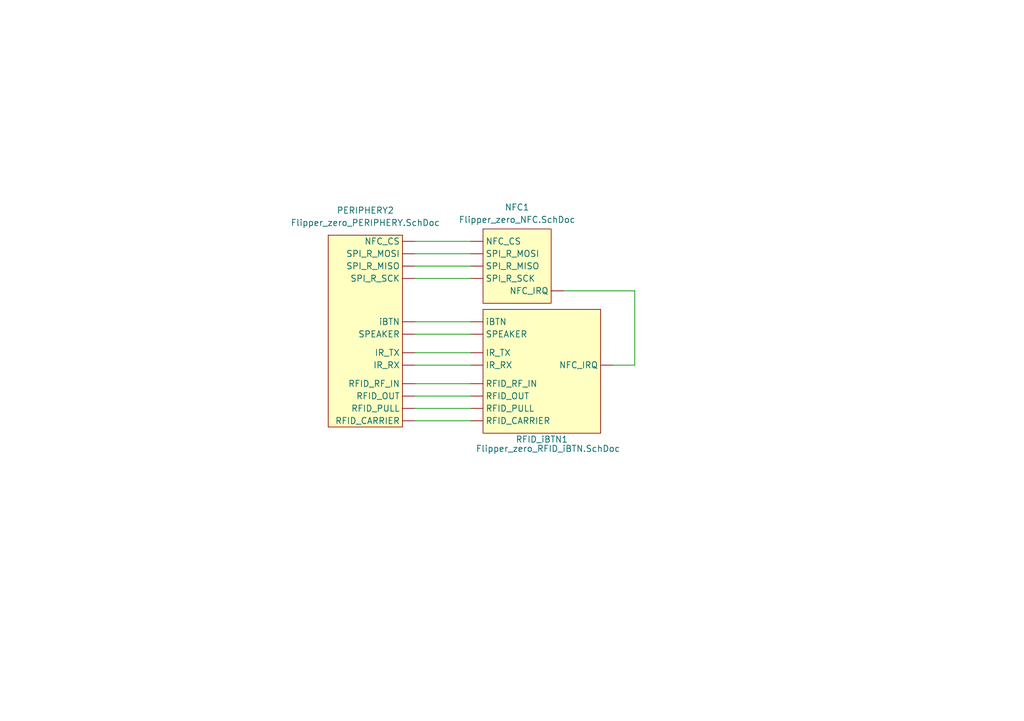
<source format=kicad_sch>
(kicad_sch
	(version 20250114)
	(generator "eeschema")
	(generator_version "9.0")
	(uuid "86bc2bd7-fe0d-42b3-83e5-af85924276af")
	(paper "A5")
	(title_block
		(title "Flipper Device DIY")
		(rev "13.F7B9C6")
		(company "Originally from : Flipper Devices Inc.")
		(comment 1 "DIY Version 1.0")
	)
	(lib_symbols
		(symbol "Flipper_Zero_Lib:NFC_BLOCK"
			(exclude_from_sim no)
			(in_bom no)
			(on_board no)
			(property "Reference" "NFC"
				(at -1.27 5.08 0)
				(effects
					(font
						(size 1.27 1.27)
					)
				)
			)
			(property "Value" "Flipper_zero_NFC.SchDoc"
				(at 8.89 2.54 0)
				(effects
					(font
						(size 1.27 1.27)
					)
				)
			)
			(property "Footprint" ""
				(at 0 0 0)
				(effects
					(font
						(size 1.27 1.27)
					)
					(hide yes)
				)
			)
			(property "Datasheet" ""
				(at 0 0 0)
				(effects
					(font
						(size 1.27 1.27)
					)
					(hide yes)
				)
			)
			(property "Description" ""
				(at 0 0 0)
				(effects
					(font
						(size 1.27 1.27)
					)
					(hide yes)
				)
			)
			(symbol "NFC_BLOCK_1_1"
				(rectangle
					(start 0 0)
					(end 13.97 -15.24)
					(stroke
						(width 0)
						(type default)
					)
					(fill
						(type background)
					)
				)
				(pin input line
					(at -2.54 -2.54 0)
					(length 2.54)
					(name "NFC_CS"
						(effects
							(font
								(size 1.27 1.27)
							)
						)
					)
					(number ""
						(effects
							(font
								(size 1.27 1.27)
							)
						)
					)
				)
				(pin input line
					(at -2.54 -5.08 0)
					(length 2.54)
					(name "SPI_R_MOSI"
						(effects
							(font
								(size 1.27 1.27)
							)
						)
					)
					(number ""
						(effects
							(font
								(size 1.27 1.27)
							)
						)
					)
				)
				(pin output line
					(at -2.54 -7.62 0)
					(length 2.54)
					(name "SPI_R_MISO"
						(effects
							(font
								(size 1.27 1.27)
							)
						)
					)
					(number ""
						(effects
							(font
								(size 1.27 1.27)
							)
						)
					)
				)
				(pin input line
					(at -2.54 -10.16 0)
					(length 2.54)
					(name "SPI_R_SCK"
						(effects
							(font
								(size 1.27 1.27)
							)
						)
					)
					(number ""
						(effects
							(font
								(size 1.27 1.27)
							)
						)
					)
				)
				(pin output line
					(at 16.51 -12.7 180)
					(length 2.54)
					(name "NFC_IRQ"
						(effects
							(font
								(size 1.27 1.27)
							)
						)
					)
					(number ""
						(effects
							(font
								(size 1.27 1.27)
							)
						)
					)
				)
			)
			(embedded_fonts no)
		)
		(symbol "Flipper_Zero_Lib:PERIPHERY_BLOCK"
			(exclude_from_sim no)
			(in_bom no)
			(on_board no)
			(property "Reference" "PERIPHERY"
				(at -5.08 7.62 0)
				(effects
					(font
						(size 1.27 1.27)
					)
				)
			)
			(property "Value" "Flipper_zero_PERIPHERY.SchDoc"
				(at 5.08 5.08 0)
				(effects
					(font
						(size 1.27 1.27)
					)
				)
			)
			(property "Footprint" ""
				(at 0 7.62 0)
				(effects
					(font
						(size 1.27 1.27)
					)
					(hide yes)
				)
			)
			(property "Datasheet" ""
				(at 0 7.62 0)
				(effects
					(font
						(size 1.27 1.27)
					)
					(hide yes)
				)
			)
			(property "Description" ""
				(at 0 0 0)
				(effects
					(font
						(size 1.27 1.27)
					)
					(hide yes)
				)
			)
			(symbol "PERIPHERY_BLOCK_1_1"
				(rectangle
					(start -15.24 2.54)
					(end 0 -36.83)
					(stroke
						(width 0)
						(type default)
					)
					(fill
						(type background)
					)
				)
				(pin output line
					(at 2.54 1.27 180)
					(length 2.54)
					(name "NFC_CS"
						(effects
							(font
								(size 1.27 1.27)
							)
						)
					)
					(number ""
						(effects
							(font
								(size 1.27 1.27)
							)
						)
					)
				)
				(pin output line
					(at 2.54 -1.27 180)
					(length 2.54)
					(name "SPI_R_MOSI"
						(effects
							(font
								(size 1.27 1.27)
							)
						)
					)
					(number ""
						(effects
							(font
								(size 1.27 1.27)
							)
						)
					)
				)
				(pin input line
					(at 2.54 -3.81 180)
					(length 2.54)
					(name "SPI_R_MISO"
						(effects
							(font
								(size 1.27 1.27)
							)
						)
					)
					(number ""
						(effects
							(font
								(size 1.27 1.27)
							)
						)
					)
				)
				(pin output line
					(at 2.54 -6.35 180)
					(length 2.54)
					(name "SPI_R_SCK"
						(effects
							(font
								(size 1.27 1.27)
							)
						)
					)
					(number ""
						(effects
							(font
								(size 1.27 1.27)
							)
						)
					)
				)
				(pin bidirectional line
					(at 2.54 -15.24 180)
					(length 2.54)
					(name "iBTN"
						(effects
							(font
								(size 1.27 1.27)
							)
						)
					)
					(number ""
						(effects
							(font
								(size 1.27 1.27)
							)
						)
					)
				)
				(pin output line
					(at 2.54 -17.78 180)
					(length 2.54)
					(name "SPEAKER"
						(effects
							(font
								(size 1.27 1.27)
							)
						)
					)
					(number ""
						(effects
							(font
								(size 1.27 1.27)
							)
						)
					)
				)
				(pin output line
					(at 2.54 -21.59 180)
					(length 2.54)
					(name "IR_TX"
						(effects
							(font
								(size 1.27 1.27)
							)
						)
					)
					(number ""
						(effects
							(font
								(size 1.27 1.27)
							)
						)
					)
				)
				(pin input line
					(at 2.54 -24.13 180)
					(length 2.54)
					(name "IR_RX"
						(effects
							(font
								(size 1.27 1.27)
							)
						)
					)
					(number ""
						(effects
							(font
								(size 1.27 1.27)
							)
						)
					)
				)
				(pin input line
					(at 2.54 -27.94 180)
					(length 2.54)
					(name "RFID_RF_IN"
						(effects
							(font
								(size 1.27 1.27)
							)
						)
					)
					(number ""
						(effects
							(font
								(size 1.27 1.27)
							)
						)
					)
				)
				(pin output line
					(at 2.54 -30.48 180)
					(length 2.54)
					(name "RFID_OUT"
						(effects
							(font
								(size 1.27 1.27)
							)
						)
					)
					(number ""
						(effects
							(font
								(size 1.27 1.27)
							)
						)
					)
				)
				(pin output line
					(at 2.54 -33.02 180)
					(length 2.54)
					(name "RFID_PULL"
						(effects
							(font
								(size 1.27 1.27)
							)
						)
					)
					(number ""
						(effects
							(font
								(size 1.27 1.27)
							)
						)
					)
				)
				(pin input line
					(at 2.54 -35.56 180)
					(length 2.54)
					(name "RFID_CARRIER"
						(effects
							(font
								(size 1.27 1.27)
							)
						)
					)
					(number ""
						(effects
							(font
								(size 1.27 1.27)
							)
						)
					)
				)
			)
			(embedded_fonts no)
		)
		(symbol "Flipper_Zero_Lib:RFID_iBTN_BLOCK"
			(exclude_from_sim no)
			(in_bom no)
			(on_board no)
			(property "Reference" "RFID_iBTN"
				(at 1.27 2.54 0)
				(effects
					(font
						(size 1.27 1.27)
					)
				)
			)
			(property "Value" "Flipper_zero_RFID_iBTN.SchDoc"
				(at 1.27 0 0)
				(effects
					(font
						(size 1.27 1.27)
					)
				)
			)
			(property "Footprint" ""
				(at 0 0 0)
				(effects
					(font
						(size 1.27 1.27)
					)
					(hide yes)
				)
			)
			(property "Datasheet" ""
				(at 0 0 0)
				(effects
					(font
						(size 1.27 1.27)
					)
					(hide yes)
				)
			)
			(property "Description" ""
				(at 0 0 0)
				(effects
					(font
						(size 1.27 1.27)
					)
					(hide yes)
				)
			)
			(symbol "RFID_iBTN_BLOCK_1_1"
				(rectangle
					(start -10.16 -1.27)
					(end 13.97 -26.67)
					(stroke
						(width 0)
						(type default)
					)
					(fill
						(type background)
					)
				)
				(pin bidirectional line
					(at -12.7 -3.81 0)
					(length 2.54)
					(name "iBTN"
						(effects
							(font
								(size 1.27 1.27)
							)
						)
					)
					(number ""
						(effects
							(font
								(size 1.27 1.27)
							)
						)
					)
				)
				(pin input line
					(at -12.7 -6.35 0)
					(length 2.54)
					(name "SPEAKER"
						(effects
							(font
								(size 1.27 1.27)
							)
						)
					)
					(number ""
						(effects
							(font
								(size 1.27 1.27)
							)
						)
					)
				)
				(pin input line
					(at -12.7 -10.16 0)
					(length 2.54)
					(name "IR_TX"
						(effects
							(font
								(size 1.27 1.27)
							)
						)
					)
					(number ""
						(effects
							(font
								(size 1.27 1.27)
							)
						)
					)
				)
				(pin output line
					(at -12.7 -12.7 0)
					(length 2.54)
					(name "IR_RX"
						(effects
							(font
								(size 1.27 1.27)
							)
						)
					)
					(number ""
						(effects
							(font
								(size 1.27 1.27)
							)
						)
					)
				)
				(pin output line
					(at -12.7 -16.51 0)
					(length 2.54)
					(name "RFID_RF_IN"
						(effects
							(font
								(size 1.27 1.27)
							)
						)
					)
					(number ""
						(effects
							(font
								(size 1.27 1.27)
							)
						)
					)
				)
				(pin input line
					(at -12.7 -19.05 0)
					(length 2.54)
					(name "RFID_OUT"
						(effects
							(font
								(size 1.27 1.27)
							)
						)
					)
					(number ""
						(effects
							(font
								(size 1.27 1.27)
							)
						)
					)
				)
				(pin input line
					(at -12.7 -21.59 0)
					(length 2.54)
					(name "RFID_PULL"
						(effects
							(font
								(size 1.27 1.27)
							)
						)
					)
					(number ""
						(effects
							(font
								(size 1.27 1.27)
							)
						)
					)
				)
				(pin output line
					(at -12.7 -24.13 0)
					(length 2.54)
					(name "RFID_CARRIER"
						(effects
							(font
								(size 1.27 1.27)
							)
						)
					)
					(number ""
						(effects
							(font
								(size 1.27 1.27)
							)
						)
					)
				)
				(pin input line
					(at 16.51 -12.7 180)
					(length 2.54)
					(name "NFC_IRQ"
						(effects
							(font
								(size 1.27 1.27)
							)
						)
					)
					(number ""
						(effects
							(font
								(size 1.27 1.27)
							)
						)
					)
				)
			)
			(embedded_fonts no)
		)
	)
	(wire
		(pts
			(xy 85.09 81.28) (xy 96.52 81.28)
		)
		(stroke
			(width 0)
			(type default)
		)
		(uuid "0ee3b244-e127-434b-ad6e-df4ef9b105ea")
	)
	(wire
		(pts
			(xy 115.57 59.69) (xy 130.175 59.69)
		)
		(stroke
			(width 0)
			(type default)
		)
		(uuid "28eb6674-37bc-43ff-ae24-0fa8c7f4a682")
	)
	(wire
		(pts
			(xy 85.09 49.53) (xy 96.52 49.53)
		)
		(stroke
			(width 0)
			(type default)
		)
		(uuid "33122d36-a013-4927-b6dc-daf24e3bb4f9")
	)
	(wire
		(pts
			(xy 130.175 59.69) (xy 130.175 74.93)
		)
		(stroke
			(width 0)
			(type default)
		)
		(uuid "57d31219-4df2-4843-9a83-02b1af5f34eb")
	)
	(wire
		(pts
			(xy 85.09 68.58) (xy 96.52 68.58)
		)
		(stroke
			(width 0)
			(type default)
		)
		(uuid "73e09fc3-e1af-4b60-9887-ff6eae520615")
	)
	(wire
		(pts
			(xy 130.175 74.93) (xy 125.73 74.93)
		)
		(stroke
			(width 0)
			(type default)
		)
		(uuid "84664c9b-9a60-4bfe-aa94-2b1d2f71a346")
	)
	(wire
		(pts
			(xy 85.09 57.15) (xy 96.52 57.15)
		)
		(stroke
			(width 0)
			(type default)
		)
		(uuid "8d8cf005-a0c2-4d9c-a4e5-22f20c5eff41")
	)
	(wire
		(pts
			(xy 85.09 78.74) (xy 96.52 78.74)
		)
		(stroke
			(width 0)
			(type default)
		)
		(uuid "9b52e445-5c2c-4373-94f8-0b6211c9456d")
	)
	(wire
		(pts
			(xy 85.09 86.36) (xy 96.52 86.36)
		)
		(stroke
			(width 0)
			(type default)
		)
		(uuid "b44b38fc-6582-4134-955c-c856c04a07eb")
	)
	(wire
		(pts
			(xy 85.09 54.61) (xy 96.52 54.61)
		)
		(stroke
			(width 0)
			(type default)
		)
		(uuid "b763654a-2dda-41da-bc5c-18f01680d45a")
	)
	(wire
		(pts
			(xy 85.09 66.04) (xy 96.52 66.04)
		)
		(stroke
			(width 0)
			(type default)
		)
		(uuid "c252f782-5ee6-41e2-92d7-7e1bd996f668")
	)
	(wire
		(pts
			(xy 85.09 52.07) (xy 96.52 52.07)
		)
		(stroke
			(width 0)
			(type default)
		)
		(uuid "e3325841-59f5-40e4-99d4-43c7875db373")
	)
	(wire
		(pts
			(xy 85.09 74.93) (xy 96.52 74.93)
		)
		(stroke
			(width 0)
			(type default)
		)
		(uuid "e6e84f40-ce27-4634-9049-e294790af7ba")
	)
	(wire
		(pts
			(xy 85.09 83.82) (xy 96.52 83.82)
		)
		(stroke
			(width 0)
			(type default)
		)
		(uuid "e96a764b-cfeb-4697-af78-1920c3b1c5e2")
	)
	(wire
		(pts
			(xy 85.09 72.39) (xy 96.52 72.39)
		)
		(stroke
			(width 0)
			(type default)
		)
		(uuid "eda1545b-7280-4977-830f-32f19b38ef59")
	)
	(symbol
		(lib_id "Flipper_Zero_Lib:NFC_BLOCK")
		(at 99.06 46.99 0)
		(unit 1)
		(exclude_from_sim no)
		(in_bom no)
		(on_board no)
		(dnp no)
		(fields_autoplaced yes)
		(uuid "2a95fb72-92ee-4e5c-b1bb-deb041fbcc97")
		(property "Reference" "NFC1"
			(at 106.045 42.545 0)
			(effects
				(font
					(size 1.27 1.27)
				)
			)
		)
		(property "Value" "Flipper_zero_NFC.SchDoc"
			(at 106.045 45.085 0)
			(effects
				(font
					(size 1.27 1.27)
				)
			)
		)
		(property "Footprint" ""
			(at 99.06 46.99 0)
			(effects
				(font
					(size 1.27 1.27)
				)
				(hide yes)
			)
		)
		(property "Datasheet" ""
			(at 99.06 46.99 0)
			(effects
				(font
					(size 1.27 1.27)
				)
				(hide yes)
			)
		)
		(property "Description" ""
			(at 99.06 46.99 0)
			(effects
				(font
					(size 1.27 1.27)
				)
				(hide yes)
			)
		)
		(pin ""
			(uuid "acc97d3c-d4b6-48e5-b15c-235833837658")
		)
		(pin ""
			(uuid "464f61bd-1544-44c6-8ff1-95d927afd02d")
		)
		(pin ""
			(uuid "1541f64f-481b-4d2f-9f3b-0fbbb585d7d6")
		)
		(pin ""
			(uuid "5c740f4b-a8da-4248-a037-12582c2cc925")
		)
		(pin ""
			(uuid "9ce75962-a15b-4c68-ad16-e638f3f8378d")
		)
		(instances
			(project "Flipper_Zero_DIY"
				(path "/6fd3b1c7-f4ee-4f40-ae71-a0439f037db8/6eb83f5a-7b16-426a-9130-a087b28e79cc"
					(reference "NFC1")
					(unit 1)
				)
			)
		)
	)
	(symbol
		(lib_id "Flipper_Zero_Lib:PERIPHERY_BLOCK")
		(at 82.55 50.8 0)
		(unit 1)
		(exclude_from_sim no)
		(in_bom no)
		(on_board no)
		(dnp no)
		(fields_autoplaced yes)
		(uuid "35e6602e-ce46-4d30-b704-b3458984858d")
		(property "Reference" "PERIPHERY2"
			(at 74.93 43.18 0)
			(effects
				(font
					(size 1.27 1.27)
				)
			)
		)
		(property "Value" "Flipper_zero_PERIPHERY.SchDoc"
			(at 74.93 45.72 0)
			(effects
				(font
					(size 1.27 1.27)
				)
			)
		)
		(property "Footprint" ""
			(at 82.55 43.18 0)
			(effects
				(font
					(size 1.27 1.27)
				)
				(hide yes)
			)
		)
		(property "Datasheet" ""
			(at 82.55 43.18 0)
			(effects
				(font
					(size 1.27 1.27)
				)
				(hide yes)
			)
		)
		(property "Description" ""
			(at 82.55 50.8 0)
			(effects
				(font
					(size 1.27 1.27)
				)
				(hide yes)
			)
		)
		(pin ""
			(uuid "6b7608ee-9ec9-4ce4-ba44-03800262a468")
		)
		(pin ""
			(uuid "0cb8e77e-f895-43be-a79d-37dcf5b208fd")
		)
		(pin ""
			(uuid "837a6a99-dbc1-4967-bf63-0a7d1729a351")
		)
		(pin ""
			(uuid "5d41e0b2-d381-41ff-a215-784308fe15c9")
		)
		(pin ""
			(uuid "de6703d9-f7b7-431f-968b-bed28089fc37")
		)
		(pin ""
			(uuid "966361c8-31e8-47fc-b418-045154c7e244")
		)
		(pin ""
			(uuid "41c5cf92-fbdd-4fe2-820f-f8ef3bc58453")
		)
		(pin ""
			(uuid "8c0a22c0-ae01-4122-98c3-dce0e9407d62")
		)
		(pin ""
			(uuid "5597f3f7-ae91-44d7-a73c-2d08b5fbd8d8")
		)
		(pin ""
			(uuid "08b8f33b-112d-4af0-9467-972eb1062558")
		)
		(pin ""
			(uuid "aa5009d8-716d-4cd1-acec-1aa1cc740f5c")
		)
		(pin ""
			(uuid "5dbc4ce4-cf7c-459d-bb3d-ef77c41ab230")
		)
		(instances
			(project "Flipper_Zero_DIY"
				(path "/6fd3b1c7-f4ee-4f40-ae71-a0439f037db8/6eb83f5a-7b16-426a-9130-a087b28e79cc"
					(reference "PERIPHERY2")
					(unit 1)
				)
			)
		)
	)
	(symbol
		(lib_id "Flipper_Zero_Lib:RFID_iBTN_BLOCK")
		(at 109.22 62.23 0)
		(unit 1)
		(exclude_from_sim no)
		(in_bom no)
		(on_board no)
		(dnp no)
		(uuid "7d4f9510-f4bd-4f96-896b-042940d04b85")
		(property "Reference" "RFID_iBTN1"
			(at 111.125 90.17 0)
			(effects
				(font
					(size 1.27 1.27)
				)
			)
		)
		(property "Value" "Flipper_zero_RFID_iBTN.SchDoc"
			(at 112.395 92.075 0)
			(effects
				(font
					(size 1.27 1.27)
				)
			)
		)
		(property "Footprint" ""
			(at 109.22 62.23 0)
			(effects
				(font
					(size 1.27 1.27)
				)
				(hide yes)
			)
		)
		(property "Datasheet" ""
			(at 109.22 62.23 0)
			(effects
				(font
					(size 1.27 1.27)
				)
				(hide yes)
			)
		)
		(property "Description" ""
			(at 109.22 62.23 0)
			(effects
				(font
					(size 1.27 1.27)
				)
				(hide yes)
			)
		)
		(pin ""
			(uuid "e5ca6b2e-a4f4-4bca-8ecf-5db85c126e5a")
		)
		(pin ""
			(uuid "a05dc8e6-b6d1-4ba7-84c5-bdbff2f3745f")
		)
		(pin ""
			(uuid "1e8dde37-348b-4b0c-98c6-a66d29a697d8")
		)
		(pin ""
			(uuid "8401679b-671b-42eb-9859-d871b93b0eb5")
		)
		(pin ""
			(uuid "b5bbbdc2-5898-47ff-b8d1-d3b3b9bbcbc5")
		)
		(pin ""
			(uuid "cd5addd3-4b8d-4e27-b8f9-7d81e43063fc")
		)
		(pin ""
			(uuid "d2a56751-2bc2-40ff-8e72-425650008a79")
		)
		(pin ""
			(uuid "8d3f9d45-93ac-4653-8842-5fb62c9619b1")
		)
		(pin ""
			(uuid "3d53e02b-88f3-45ac-aa4c-f5d055830cc2")
		)
		(instances
			(project "Flipper_Zero_DIY"
				(path "/6fd3b1c7-f4ee-4f40-ae71-a0439f037db8/6eb83f5a-7b16-426a-9130-a087b28e79cc"
					(reference "RFID_iBTN1")
					(unit 1)
				)
			)
		)
	)
)

</source>
